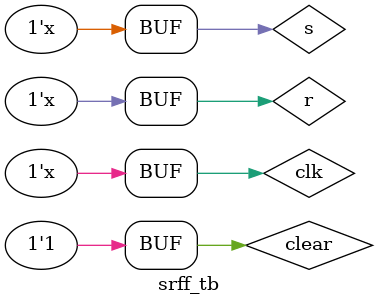
<source format=v>
module srff_dut (
    s,r,clk,clear,q,qb
);
    input s,r,clk,clear;
    output reg q,qb;

    always @(posedge clk ) begin
        if(clear==1'b1)begin
            q<=1'b0;qb=1'b1;
        end
        else begin
            case ({s,r})
                default : {q,qb} = 2'bxx;
                2'b00 : begin q<=q;qb<=qb; end
                2'b01 : begin q<=0;qb<=1; end
                2'b10 : begin q<=1;qb<=0; end
                2'b11 : begin q<=1'bx;qb<=1'bx; end
            endcase
        end
    end
endmodule

//tb 
module srff_tb (
    
);
    reg s,r,clk,clear;
    wire q,qb;

    initial begin
        clk=1'b0;
        clear=1'b1;
        {s,r} = 2'b00;
    end
    initial #30 clear=~clear;
    always #1 clk=~clk;
    always #2 {s,r}={s,r}+1'b1;
    // always #2 {s,r}=~{s,r}; // ---> only supported for 1bit variable

    srff_dut  a01(s,r,clk,clear,q,qb);
endmodule
</source>
